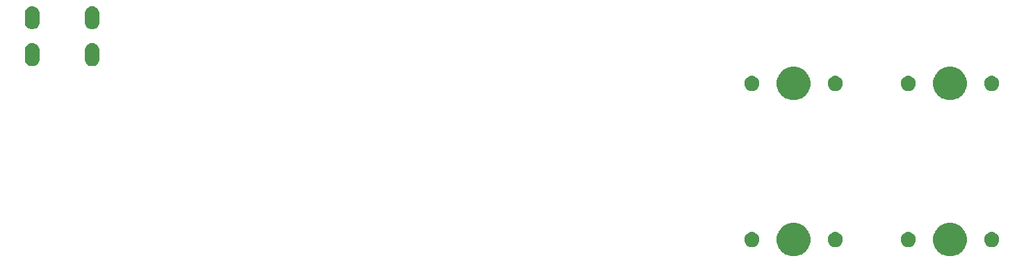
<source format=gbr>
G04 #@! TF.GenerationSoftware,KiCad,Pcbnew,5.1.4*
G04 #@! TF.CreationDate,2020-08-15T08:43:54-04:00*
G04 #@! TF.ProjectId,ai03-pcb-guide,61693033-2d70-4636-922d-67756964652e,rev?*
G04 #@! TF.SameCoordinates,Original*
G04 #@! TF.FileFunction,Soldermask,Top*
G04 #@! TF.FilePolarity,Negative*
%FSLAX46Y46*%
G04 Gerber Fmt 4.6, Leading zero omitted, Abs format (unit mm)*
G04 Created by KiCad (PCBNEW 5.1.4) date 2020-08-15 08:43:54*
%MOMM*%
%LPD*%
G04 APERTURE LIST*
%ADD10C,0.100000*%
G04 APERTURE END LIST*
D10*
G36*
X137299274Y-90172184D02*
G01*
X137517274Y-90262483D01*
X137671423Y-90326333D01*
X138006348Y-90550123D01*
X138291177Y-90834952D01*
X138514967Y-91169877D01*
X138547362Y-91248086D01*
X138669116Y-91542026D01*
X138747700Y-91937094D01*
X138747700Y-92339906D01*
X138669116Y-92734974D01*
X138618251Y-92857772D01*
X138514967Y-93107123D01*
X138291177Y-93442048D01*
X138006348Y-93726877D01*
X137671423Y-93950667D01*
X137517274Y-94014517D01*
X137299274Y-94104816D01*
X136904206Y-94183400D01*
X136501394Y-94183400D01*
X136106326Y-94104816D01*
X135888326Y-94014517D01*
X135734177Y-93950667D01*
X135399252Y-93726877D01*
X135114423Y-93442048D01*
X134890633Y-93107123D01*
X134787349Y-92857772D01*
X134736484Y-92734974D01*
X134657900Y-92339906D01*
X134657900Y-91937094D01*
X134736484Y-91542026D01*
X134858238Y-91248086D01*
X134890633Y-91169877D01*
X135114423Y-90834952D01*
X135399252Y-90550123D01*
X135734177Y-90326333D01*
X135888326Y-90262483D01*
X136106326Y-90172184D01*
X136501394Y-90093600D01*
X136904206Y-90093600D01*
X137299274Y-90172184D01*
X137299274Y-90172184D01*
G37*
G36*
X156349274Y-90172184D02*
G01*
X156567274Y-90262483D01*
X156721423Y-90326333D01*
X157056348Y-90550123D01*
X157341177Y-90834952D01*
X157564967Y-91169877D01*
X157597362Y-91248086D01*
X157719116Y-91542026D01*
X157797700Y-91937094D01*
X157797700Y-92339906D01*
X157719116Y-92734974D01*
X157668251Y-92857772D01*
X157564967Y-93107123D01*
X157341177Y-93442048D01*
X157056348Y-93726877D01*
X156721423Y-93950667D01*
X156567274Y-94014517D01*
X156349274Y-94104816D01*
X155954206Y-94183400D01*
X155551394Y-94183400D01*
X155156326Y-94104816D01*
X154938326Y-94014517D01*
X154784177Y-93950667D01*
X154449252Y-93726877D01*
X154164423Y-93442048D01*
X153940633Y-93107123D01*
X153837349Y-92857772D01*
X153786484Y-92734974D01*
X153707900Y-92339906D01*
X153707900Y-91937094D01*
X153786484Y-91542026D01*
X153908238Y-91248086D01*
X153940633Y-91169877D01*
X154164423Y-90834952D01*
X154449252Y-90550123D01*
X154784177Y-90326333D01*
X154938326Y-90262483D01*
X155156326Y-90172184D01*
X155551394Y-90093600D01*
X155954206Y-90093600D01*
X156349274Y-90172184D01*
X156349274Y-90172184D01*
G37*
G36*
X161102904Y-91248085D02*
G01*
X161271426Y-91317889D01*
X161423091Y-91419228D01*
X161552072Y-91548209D01*
X161653411Y-91699874D01*
X161723215Y-91868396D01*
X161758800Y-92047297D01*
X161758800Y-92229703D01*
X161723215Y-92408604D01*
X161653411Y-92577126D01*
X161552072Y-92728791D01*
X161423091Y-92857772D01*
X161271426Y-92959111D01*
X161102904Y-93028915D01*
X160924003Y-93064500D01*
X160741597Y-93064500D01*
X160562696Y-93028915D01*
X160394174Y-92959111D01*
X160242509Y-92857772D01*
X160113528Y-92728791D01*
X160012189Y-92577126D01*
X159942385Y-92408604D01*
X159906800Y-92229703D01*
X159906800Y-92047297D01*
X159942385Y-91868396D01*
X160012189Y-91699874D01*
X160113528Y-91548209D01*
X160242509Y-91419228D01*
X160394174Y-91317889D01*
X160562696Y-91248085D01*
X160741597Y-91212500D01*
X160924003Y-91212500D01*
X161102904Y-91248085D01*
X161102904Y-91248085D01*
G37*
G36*
X150942904Y-91248085D02*
G01*
X151111426Y-91317889D01*
X151263091Y-91419228D01*
X151392072Y-91548209D01*
X151493411Y-91699874D01*
X151563215Y-91868396D01*
X151598800Y-92047297D01*
X151598800Y-92229703D01*
X151563215Y-92408604D01*
X151493411Y-92577126D01*
X151392072Y-92728791D01*
X151263091Y-92857772D01*
X151111426Y-92959111D01*
X150942904Y-93028915D01*
X150764003Y-93064500D01*
X150581597Y-93064500D01*
X150402696Y-93028915D01*
X150234174Y-92959111D01*
X150082509Y-92857772D01*
X149953528Y-92728791D01*
X149852189Y-92577126D01*
X149782385Y-92408604D01*
X149746800Y-92229703D01*
X149746800Y-92047297D01*
X149782385Y-91868396D01*
X149852189Y-91699874D01*
X149953528Y-91548209D01*
X150082509Y-91419228D01*
X150234174Y-91317889D01*
X150402696Y-91248085D01*
X150581597Y-91212500D01*
X150764003Y-91212500D01*
X150942904Y-91248085D01*
X150942904Y-91248085D01*
G37*
G36*
X142052904Y-91248085D02*
G01*
X142221426Y-91317889D01*
X142373091Y-91419228D01*
X142502072Y-91548209D01*
X142603411Y-91699874D01*
X142673215Y-91868396D01*
X142708800Y-92047297D01*
X142708800Y-92229703D01*
X142673215Y-92408604D01*
X142603411Y-92577126D01*
X142502072Y-92728791D01*
X142373091Y-92857772D01*
X142221426Y-92959111D01*
X142052904Y-93028915D01*
X141874003Y-93064500D01*
X141691597Y-93064500D01*
X141512696Y-93028915D01*
X141344174Y-92959111D01*
X141192509Y-92857772D01*
X141063528Y-92728791D01*
X140962189Y-92577126D01*
X140892385Y-92408604D01*
X140856800Y-92229703D01*
X140856800Y-92047297D01*
X140892385Y-91868396D01*
X140962189Y-91699874D01*
X141063528Y-91548209D01*
X141192509Y-91419228D01*
X141344174Y-91317889D01*
X141512696Y-91248085D01*
X141691597Y-91212500D01*
X141874003Y-91212500D01*
X142052904Y-91248085D01*
X142052904Y-91248085D01*
G37*
G36*
X131892904Y-91248085D02*
G01*
X132061426Y-91317889D01*
X132213091Y-91419228D01*
X132342072Y-91548209D01*
X132443411Y-91699874D01*
X132513215Y-91868396D01*
X132548800Y-92047297D01*
X132548800Y-92229703D01*
X132513215Y-92408604D01*
X132443411Y-92577126D01*
X132342072Y-92728791D01*
X132213091Y-92857772D01*
X132061426Y-92959111D01*
X131892904Y-93028915D01*
X131714003Y-93064500D01*
X131531597Y-93064500D01*
X131352696Y-93028915D01*
X131184174Y-92959111D01*
X131032509Y-92857772D01*
X130903528Y-92728791D01*
X130802189Y-92577126D01*
X130732385Y-92408604D01*
X130696800Y-92229703D01*
X130696800Y-92047297D01*
X130732385Y-91868396D01*
X130802189Y-91699874D01*
X130903528Y-91548209D01*
X131032509Y-91419228D01*
X131184174Y-91317889D01*
X131352696Y-91248085D01*
X131531597Y-91212500D01*
X131714003Y-91212500D01*
X131892904Y-91248085D01*
X131892904Y-91248085D01*
G37*
G36*
X137299274Y-71122184D02*
G01*
X137517274Y-71212483D01*
X137671423Y-71276333D01*
X138006348Y-71500123D01*
X138291177Y-71784952D01*
X138514967Y-72119877D01*
X138547362Y-72198086D01*
X138669116Y-72492026D01*
X138747700Y-72887094D01*
X138747700Y-73289906D01*
X138669116Y-73684974D01*
X138618251Y-73807772D01*
X138514967Y-74057123D01*
X138291177Y-74392048D01*
X138006348Y-74676877D01*
X137671423Y-74900667D01*
X137517274Y-74964517D01*
X137299274Y-75054816D01*
X136904206Y-75133400D01*
X136501394Y-75133400D01*
X136106326Y-75054816D01*
X135888326Y-74964517D01*
X135734177Y-74900667D01*
X135399252Y-74676877D01*
X135114423Y-74392048D01*
X134890633Y-74057123D01*
X134787349Y-73807772D01*
X134736484Y-73684974D01*
X134657900Y-73289906D01*
X134657900Y-72887094D01*
X134736484Y-72492026D01*
X134858238Y-72198086D01*
X134890633Y-72119877D01*
X135114423Y-71784952D01*
X135399252Y-71500123D01*
X135734177Y-71276333D01*
X135888326Y-71212483D01*
X136106326Y-71122184D01*
X136501394Y-71043600D01*
X136904206Y-71043600D01*
X137299274Y-71122184D01*
X137299274Y-71122184D01*
G37*
G36*
X156349274Y-71122184D02*
G01*
X156567274Y-71212483D01*
X156721423Y-71276333D01*
X157056348Y-71500123D01*
X157341177Y-71784952D01*
X157564967Y-72119877D01*
X157597362Y-72198086D01*
X157719116Y-72492026D01*
X157797700Y-72887094D01*
X157797700Y-73289906D01*
X157719116Y-73684974D01*
X157668251Y-73807772D01*
X157564967Y-74057123D01*
X157341177Y-74392048D01*
X157056348Y-74676877D01*
X156721423Y-74900667D01*
X156567274Y-74964517D01*
X156349274Y-75054816D01*
X155954206Y-75133400D01*
X155551394Y-75133400D01*
X155156326Y-75054816D01*
X154938326Y-74964517D01*
X154784177Y-74900667D01*
X154449252Y-74676877D01*
X154164423Y-74392048D01*
X153940633Y-74057123D01*
X153837349Y-73807772D01*
X153786484Y-73684974D01*
X153707900Y-73289906D01*
X153707900Y-72887094D01*
X153786484Y-72492026D01*
X153908238Y-72198086D01*
X153940633Y-72119877D01*
X154164423Y-71784952D01*
X154449252Y-71500123D01*
X154784177Y-71276333D01*
X154938326Y-71212483D01*
X155156326Y-71122184D01*
X155551394Y-71043600D01*
X155954206Y-71043600D01*
X156349274Y-71122184D01*
X156349274Y-71122184D01*
G37*
G36*
X161102904Y-72198085D02*
G01*
X161271426Y-72267889D01*
X161423091Y-72369228D01*
X161552072Y-72498209D01*
X161653411Y-72649874D01*
X161723215Y-72818396D01*
X161758800Y-72997297D01*
X161758800Y-73179703D01*
X161723215Y-73358604D01*
X161653411Y-73527126D01*
X161552072Y-73678791D01*
X161423091Y-73807772D01*
X161271426Y-73909111D01*
X161102904Y-73978915D01*
X160924003Y-74014500D01*
X160741597Y-74014500D01*
X160562696Y-73978915D01*
X160394174Y-73909111D01*
X160242509Y-73807772D01*
X160113528Y-73678791D01*
X160012189Y-73527126D01*
X159942385Y-73358604D01*
X159906800Y-73179703D01*
X159906800Y-72997297D01*
X159942385Y-72818396D01*
X160012189Y-72649874D01*
X160113528Y-72498209D01*
X160242509Y-72369228D01*
X160394174Y-72267889D01*
X160562696Y-72198085D01*
X160741597Y-72162500D01*
X160924003Y-72162500D01*
X161102904Y-72198085D01*
X161102904Y-72198085D01*
G37*
G36*
X131892904Y-72198085D02*
G01*
X132061426Y-72267889D01*
X132213091Y-72369228D01*
X132342072Y-72498209D01*
X132443411Y-72649874D01*
X132513215Y-72818396D01*
X132548800Y-72997297D01*
X132548800Y-73179703D01*
X132513215Y-73358604D01*
X132443411Y-73527126D01*
X132342072Y-73678791D01*
X132213091Y-73807772D01*
X132061426Y-73909111D01*
X131892904Y-73978915D01*
X131714003Y-74014500D01*
X131531597Y-74014500D01*
X131352696Y-73978915D01*
X131184174Y-73909111D01*
X131032509Y-73807772D01*
X130903528Y-73678791D01*
X130802189Y-73527126D01*
X130732385Y-73358604D01*
X130696800Y-73179703D01*
X130696800Y-72997297D01*
X130732385Y-72818396D01*
X130802189Y-72649874D01*
X130903528Y-72498209D01*
X131032509Y-72369228D01*
X131184174Y-72267889D01*
X131352696Y-72198085D01*
X131531597Y-72162500D01*
X131714003Y-72162500D01*
X131892904Y-72198085D01*
X131892904Y-72198085D01*
G37*
G36*
X142052904Y-72198085D02*
G01*
X142221426Y-72267889D01*
X142373091Y-72369228D01*
X142502072Y-72498209D01*
X142603411Y-72649874D01*
X142673215Y-72818396D01*
X142708800Y-72997297D01*
X142708800Y-73179703D01*
X142673215Y-73358604D01*
X142603411Y-73527126D01*
X142502072Y-73678791D01*
X142373091Y-73807772D01*
X142221426Y-73909111D01*
X142052904Y-73978915D01*
X141874003Y-74014500D01*
X141691597Y-74014500D01*
X141512696Y-73978915D01*
X141344174Y-73909111D01*
X141192509Y-73807772D01*
X141063528Y-73678791D01*
X140962189Y-73527126D01*
X140892385Y-73358604D01*
X140856800Y-73179703D01*
X140856800Y-72997297D01*
X140892385Y-72818396D01*
X140962189Y-72649874D01*
X141063528Y-72498209D01*
X141192509Y-72369228D01*
X141344174Y-72267889D01*
X141512696Y-72198085D01*
X141691597Y-72162500D01*
X141874003Y-72162500D01*
X142052904Y-72198085D01*
X142052904Y-72198085D01*
G37*
G36*
X150942904Y-72198085D02*
G01*
X151111426Y-72267889D01*
X151263091Y-72369228D01*
X151392072Y-72498209D01*
X151493411Y-72649874D01*
X151563215Y-72818396D01*
X151598800Y-72997297D01*
X151598800Y-73179703D01*
X151563215Y-73358604D01*
X151493411Y-73527126D01*
X151392072Y-73678791D01*
X151263091Y-73807772D01*
X151111426Y-73909111D01*
X150942904Y-73978915D01*
X150764003Y-74014500D01*
X150581597Y-74014500D01*
X150402696Y-73978915D01*
X150234174Y-73909111D01*
X150082509Y-73807772D01*
X149953528Y-73678791D01*
X149852189Y-73527126D01*
X149782385Y-73358604D01*
X149746800Y-73179703D01*
X149746800Y-72997297D01*
X149782385Y-72818396D01*
X149852189Y-72649874D01*
X149953528Y-72498209D01*
X150082509Y-72369228D01*
X150234174Y-72267889D01*
X150402696Y-72198085D01*
X150581597Y-72162500D01*
X150764003Y-72162500D01*
X150942904Y-72198085D01*
X150942904Y-72198085D01*
G37*
G36*
X44151627Y-68199537D02*
G01*
X44321466Y-68251057D01*
X44477991Y-68334722D01*
X44513729Y-68364052D01*
X44615186Y-68447314D01*
X44698448Y-68548771D01*
X44727778Y-68584509D01*
X44811443Y-68741034D01*
X44862963Y-68910873D01*
X44876000Y-69043242D01*
X44876000Y-70131758D01*
X44862963Y-70264127D01*
X44811443Y-70433966D01*
X44727778Y-70590491D01*
X44698448Y-70626229D01*
X44615186Y-70727686D01*
X44477989Y-70840279D01*
X44321467Y-70923942D01*
X44321465Y-70923943D01*
X44151626Y-70975463D01*
X43975000Y-70992859D01*
X43798373Y-70975463D01*
X43628534Y-70923943D01*
X43472009Y-70840278D01*
X43436271Y-70810948D01*
X43334814Y-70727686D01*
X43222221Y-70590489D01*
X43138558Y-70433967D01*
X43138557Y-70433965D01*
X43087037Y-70264126D01*
X43074000Y-70131757D01*
X43074001Y-69043242D01*
X43087038Y-68910873D01*
X43138558Y-68741034D01*
X43222223Y-68584509D01*
X43251553Y-68548771D01*
X43334815Y-68447314D01*
X43436272Y-68364052D01*
X43472010Y-68334722D01*
X43628535Y-68251057D01*
X43798374Y-68199537D01*
X43975000Y-68182141D01*
X44151627Y-68199537D01*
X44151627Y-68199537D01*
G37*
G36*
X51451627Y-68199537D02*
G01*
X51621466Y-68251057D01*
X51777991Y-68334722D01*
X51813729Y-68364052D01*
X51915186Y-68447314D01*
X51998448Y-68548771D01*
X52027778Y-68584509D01*
X52111443Y-68741034D01*
X52162963Y-68910873D01*
X52176000Y-69043242D01*
X52176000Y-70131758D01*
X52162963Y-70264127D01*
X52111443Y-70433966D01*
X52027778Y-70590491D01*
X51998448Y-70626229D01*
X51915186Y-70727686D01*
X51777989Y-70840279D01*
X51621467Y-70923942D01*
X51621465Y-70923943D01*
X51451626Y-70975463D01*
X51275000Y-70992859D01*
X51098373Y-70975463D01*
X50928534Y-70923943D01*
X50772009Y-70840278D01*
X50736271Y-70810948D01*
X50634814Y-70727686D01*
X50522221Y-70590489D01*
X50438558Y-70433967D01*
X50438557Y-70433965D01*
X50387037Y-70264126D01*
X50374000Y-70131757D01*
X50374001Y-69043242D01*
X50387038Y-68910873D01*
X50438558Y-68741034D01*
X50522223Y-68584509D01*
X50551553Y-68548771D01*
X50634815Y-68447314D01*
X50736272Y-68364052D01*
X50772010Y-68334722D01*
X50928535Y-68251057D01*
X51098374Y-68199537D01*
X51275000Y-68182141D01*
X51451627Y-68199537D01*
X51451627Y-68199537D01*
G37*
G36*
X44151627Y-63699537D02*
G01*
X44321466Y-63751057D01*
X44477991Y-63834722D01*
X44513729Y-63864052D01*
X44615186Y-63947314D01*
X44698448Y-64048771D01*
X44727778Y-64084509D01*
X44811443Y-64241034D01*
X44862963Y-64410873D01*
X44876000Y-64543242D01*
X44876000Y-65631758D01*
X44862963Y-65764127D01*
X44811443Y-65933966D01*
X44727778Y-66090491D01*
X44698448Y-66126229D01*
X44615186Y-66227686D01*
X44477989Y-66340279D01*
X44321467Y-66423942D01*
X44321465Y-66423943D01*
X44151626Y-66475463D01*
X43975000Y-66492859D01*
X43798373Y-66475463D01*
X43628534Y-66423943D01*
X43472009Y-66340278D01*
X43436271Y-66310948D01*
X43334814Y-66227686D01*
X43222221Y-66090489D01*
X43138558Y-65933967D01*
X43138557Y-65933965D01*
X43087037Y-65764126D01*
X43074000Y-65631757D01*
X43074001Y-64543242D01*
X43087038Y-64410873D01*
X43138558Y-64241034D01*
X43222223Y-64084509D01*
X43251553Y-64048771D01*
X43334815Y-63947314D01*
X43436272Y-63864052D01*
X43472010Y-63834722D01*
X43628535Y-63751057D01*
X43798374Y-63699537D01*
X43975000Y-63682141D01*
X44151627Y-63699537D01*
X44151627Y-63699537D01*
G37*
G36*
X51451627Y-63699537D02*
G01*
X51621466Y-63751057D01*
X51777991Y-63834722D01*
X51813729Y-63864052D01*
X51915186Y-63947314D01*
X51998448Y-64048771D01*
X52027778Y-64084509D01*
X52111443Y-64241034D01*
X52162963Y-64410873D01*
X52176000Y-64543242D01*
X52176000Y-65631758D01*
X52162963Y-65764127D01*
X52111443Y-65933966D01*
X52027778Y-66090491D01*
X51998448Y-66126229D01*
X51915186Y-66227686D01*
X51777989Y-66340279D01*
X51621467Y-66423942D01*
X51621465Y-66423943D01*
X51451626Y-66475463D01*
X51275000Y-66492859D01*
X51098373Y-66475463D01*
X50928534Y-66423943D01*
X50772009Y-66340278D01*
X50736271Y-66310948D01*
X50634814Y-66227686D01*
X50522221Y-66090489D01*
X50438558Y-65933967D01*
X50438557Y-65933965D01*
X50387037Y-65764126D01*
X50374000Y-65631757D01*
X50374001Y-64543242D01*
X50387038Y-64410873D01*
X50438558Y-64241034D01*
X50522223Y-64084509D01*
X50551553Y-64048771D01*
X50634815Y-63947314D01*
X50736272Y-63864052D01*
X50772010Y-63834722D01*
X50928535Y-63751057D01*
X51098374Y-63699537D01*
X51275000Y-63682141D01*
X51451627Y-63699537D01*
X51451627Y-63699537D01*
G37*
M02*

</source>
